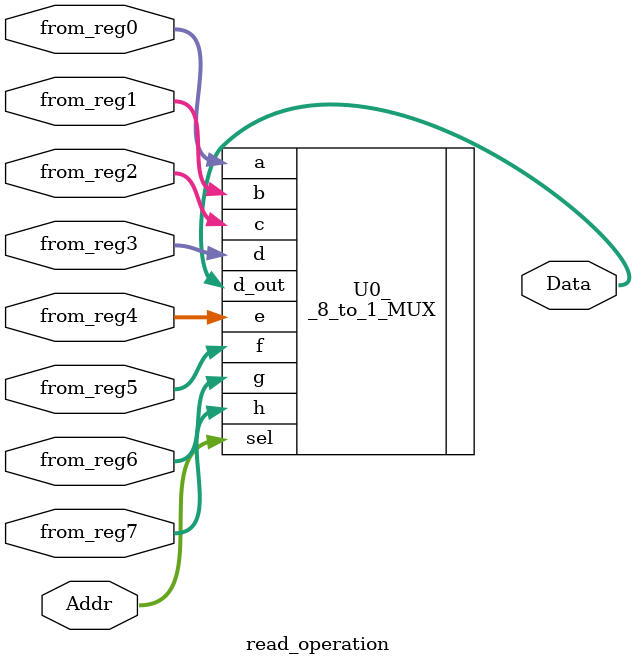
<source format=v>
module read_operation (Addr, Data, from_reg0, from_reg1, from_reg2, from_reg3, 
		from_reg4, from_reg5, from_reg6, from_reg7);
	input [31:0] from_reg0, from_reg1, from_reg2, from_reg3,	from_reg4, 
			from_reg5, from_reg6, from_reg7; // input port
	input [2:0] Addr; // input port
	output [31:0] Data; // output port
	
	// instantiate mux
	_8_to_1_MUX U0_(.a(from_reg0), .b(from_reg1), .c(from_reg2), .d(from_reg3), .e(from_reg4), 
			.f(from_reg5), .g(from_reg6), .h(from_reg7), .sel(Addr), .d_out(Data));
endmodule


</source>
